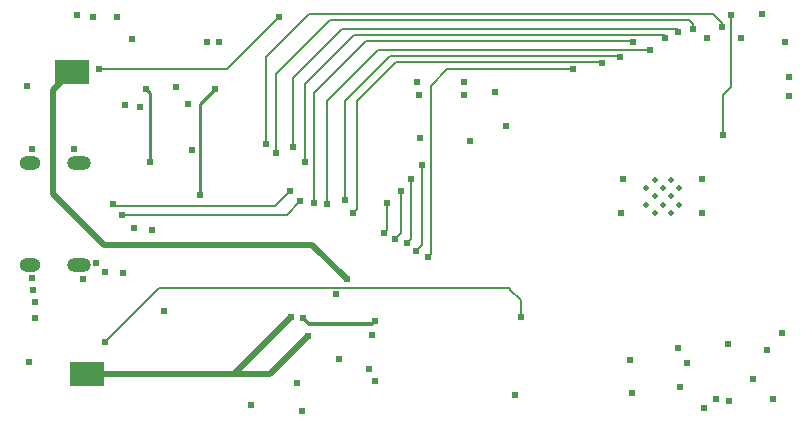
<source format=gbl>
G04 Layer: BottomLayer*
G04 EasyEDA v6.5.23, 2023-06-17 09:45:11*
G04 36c83109d75f48428eebd667f423d1d4,0a61cb7f7b51421fbede6d33e3e5ec82,10*
G04 Gerber Generator version 0.2*
G04 Scale: 100 percent, Rotated: No, Reflected: No *
G04 Dimensions in inches *
G04 leading zeros omitted , absolute positions ,3 integer and 6 decimal *
%FSLAX36Y36*%
%MOIN*%

%ADD10C,0.0060*%
%ADD11C,0.0100*%
%ADD12C,0.0120*%
%ADD13C,0.0200*%
%ADD14R,0.1181X0.0787*%
%ADD15O,0.070866X0.047244*%
%ADD16O,0.07873999999999999X0.047244*%
%ADD17C,0.0197*%
%ADD18C,0.0240*%

%LPD*%
D10*
X1195000Y2290000D02*
G01*
X1195000Y2520000D01*
X1360000Y2685000D01*
X2480000Y2685000D01*
X2480000Y2675000D01*
X2365000Y2665000D02*
G01*
X2376000Y2665000D01*
X2435000Y2665000D01*
X2435000Y2655000D01*
X1235000Y2240000D02*
G01*
X1235000Y2500000D01*
X1400000Y2665000D01*
X2370000Y2665000D01*
X2375000Y2665000D01*
X1265000Y2105000D02*
G01*
X1265000Y2470000D01*
X1440000Y2645000D01*
X2330000Y2645000D01*
X2330000Y2640000D01*
X1310000Y2100000D02*
G01*
X1310000Y2445000D01*
X1480000Y2615000D01*
X2385000Y2615000D01*
X1370000Y2115000D02*
G01*
X1370000Y2445000D01*
X1520000Y2595000D01*
X2285000Y2595000D01*
X2285000Y2590000D01*
X1395000Y2070000D02*
G01*
X1410000Y2085000D01*
X1410000Y2445000D01*
X1540000Y2575000D01*
X2220000Y2575000D01*
X2225000Y2570000D01*
X625000Y2065000D02*
G01*
X1175000Y2065000D01*
X1220000Y2110000D01*
X1645000Y1925000D02*
G01*
X1655000Y1935000D01*
X1655000Y2495000D01*
X1710000Y2550000D01*
X2130000Y2550000D01*
X1605000Y1945000D02*
G01*
X1625000Y1965000D01*
X1625000Y2230000D01*
X1575000Y1970000D02*
G01*
X1590000Y1985000D01*
X1590000Y2185000D01*
X1535000Y1985000D02*
G01*
X1555000Y2005000D01*
X1555000Y2145000D01*
X1500000Y2005000D02*
G01*
X1510000Y2015000D01*
X1510000Y2105000D01*
D11*
X705000Y2485000D02*
G01*
X720000Y2470000D01*
X720000Y2240000D01*
X935000Y2485000D02*
G01*
X885000Y2435000D01*
X885000Y2130000D01*
D10*
X595000Y2100000D02*
G01*
X595000Y2095000D01*
X1135000Y2095000D01*
X1185000Y2145000D01*
D12*
X1230000Y1720000D02*
G01*
X1250000Y1700000D01*
X1460000Y1700000D01*
X1470000Y1710000D01*
D10*
X550000Y2550000D02*
G01*
X975000Y2550000D01*
X1150000Y2725000D01*
X1105000Y2300000D02*
G01*
X1105000Y2590000D01*
X1250000Y2735000D01*
X2595000Y2735000D01*
X2625000Y2705000D01*
X2625000Y2690000D01*
X1140000Y2270000D02*
G01*
X1140000Y2535000D01*
X1320000Y2715000D01*
X2515000Y2715000D01*
X2530000Y2700000D01*
X2530000Y2685000D01*
X2655000Y2730000D02*
G01*
X2655000Y2490000D01*
X2630000Y2465000D01*
X2630000Y2330000D01*
D13*
X1245000Y1660000D02*
G01*
X1120000Y1535000D01*
X510000Y1535000D01*
X1190000Y1725000D02*
G01*
X1000000Y1535000D01*
X510000Y1535000D01*
X1375000Y1850000D02*
G01*
X1260000Y1965000D01*
X565000Y1965000D01*
X395000Y2135000D01*
X395000Y2480000D01*
X455000Y2540000D01*
X460000Y2540000D01*
D10*
X1920000Y1815000D02*
G01*
X1955000Y1780000D01*
X1955000Y1725000D01*
X570000Y1640000D02*
G01*
X750000Y1820000D01*
X1920000Y1820000D01*
X1920000Y1815000D01*
D14*
G01*
X460000Y2540000D03*
G01*
X510000Y1535000D03*
D15*
G01*
X318310Y2236999D03*
G01*
X318310Y1896840D03*
D16*
G01*
X482880Y1896840D03*
G01*
X482880Y2236999D03*
D17*
G01*
X2455709Y2125979D03*
G01*
X2400590Y2125979D03*
G01*
X2483270Y2153539D03*
G01*
X2455709Y2181100D03*
G01*
X2400590Y2181100D03*
G01*
X2400590Y2070859D03*
G01*
X2455709Y2070859D03*
G01*
X2483270Y2098420D03*
G01*
X2428149Y2098420D03*
G01*
X2428149Y2153539D03*
G01*
X2373029Y2153539D03*
G01*
X2373029Y2098420D03*
D18*
G01*
X1450000Y1550000D03*
G01*
X1105000Y2300000D03*
G01*
X1105000Y2300000D03*
G01*
X2625000Y2690000D03*
G01*
X1140000Y2270000D03*
G01*
X2530000Y2685000D03*
G01*
X1195000Y2290000D03*
G01*
X2480000Y2675000D03*
G01*
X1235000Y2240000D03*
G01*
X2435000Y2655000D03*
G01*
X1265000Y2105000D03*
G01*
X2330000Y2640000D03*
G01*
X1310000Y2100000D03*
G01*
X2385000Y2615000D03*
G01*
X1370000Y2115000D03*
G01*
X2285000Y2590000D03*
G01*
X1395000Y2070000D03*
G01*
X2225000Y2570000D03*
G01*
X595000Y2100000D03*
G01*
X1185000Y2145000D03*
G01*
X625000Y2065000D03*
G01*
X1220000Y2110000D03*
G01*
X1645000Y1925000D03*
G01*
X2130000Y2550000D03*
G01*
X1605000Y1945000D03*
G01*
X1575000Y1970000D03*
G01*
X1535000Y1985000D03*
G01*
X1500000Y2005000D03*
G01*
X1625000Y2230000D03*
G01*
X1590000Y2185000D03*
G01*
X1555000Y2145000D03*
G01*
X1510000Y2105000D03*
G01*
X330000Y1815000D03*
G01*
X335000Y1775000D03*
G01*
X705000Y2485000D03*
G01*
X720000Y2240000D03*
G01*
X935000Y2485000D03*
G01*
X885000Y2130000D03*
G01*
X630000Y1870000D03*
G01*
X665000Y2020000D03*
G01*
X725000Y2015000D03*
G01*
X570000Y1875000D03*
G01*
X660000Y2650000D03*
G01*
X1245000Y1660000D03*
G01*
X1230000Y1720000D03*
G01*
X1470000Y1710000D03*
G01*
X1470000Y1510000D03*
G01*
X1340000Y1800000D03*
G01*
X1375000Y1850000D03*
G01*
X1460000Y1665000D03*
G01*
X1350000Y1585000D03*
G01*
X1210000Y1505000D03*
G01*
X635000Y2430000D03*
G01*
X2850000Y2525000D03*
G01*
X2835000Y2640000D03*
G01*
X2760000Y2735000D03*
G01*
X2850000Y2460000D03*
G01*
X550000Y2550000D03*
G01*
X1150000Y2725000D03*
G01*
X2655000Y2730000D03*
G01*
X2630000Y2330000D03*
G01*
X310000Y2495000D03*
G01*
X315000Y1575000D03*
G01*
X335000Y1720000D03*
G01*
X570000Y1640000D03*
G01*
X1955000Y1725000D03*
G01*
X1225000Y1410000D03*
G01*
X1190000Y1725000D03*
G01*
X530000Y2725000D03*
G01*
X475000Y2730000D03*
G01*
X610000Y2725000D03*
G01*
X685000Y2425000D03*
G01*
X765000Y1745000D03*
G01*
X845000Y2435000D03*
G01*
X495000Y1850000D03*
G01*
X325000Y1855000D03*
G01*
X325000Y2285000D03*
G01*
X465000Y2285000D03*
G01*
X538499Y1905000D03*
G01*
X1935000Y1465000D03*
G01*
X2325000Y1470000D03*
G01*
X2320000Y1580000D03*
G01*
X2825000Y1670000D03*
G01*
X2690000Y2655000D03*
G01*
X2575000Y2655000D03*
G01*
X1055000Y1430000D03*
G01*
X2560000Y2185000D03*
G01*
X2560000Y2070000D03*
G01*
X2290000Y2070000D03*
G01*
X2295000Y2185000D03*
G01*
X910000Y2640000D03*
G01*
X950000Y2640000D03*
G01*
X805000Y2490000D03*
G01*
X860000Y2280000D03*
G01*
X2775000Y1615000D03*
G01*
X2480000Y1620000D03*
G01*
X2485000Y1490000D03*
G01*
X2795000Y1450000D03*
G01*
X2605159Y1450000D03*
G01*
X2650000Y1445000D03*
G01*
X2730000Y1517530D03*
G01*
X2565000Y1420000D03*
G01*
X2510000Y1570000D03*
G01*
X1765000Y2463539D03*
G01*
X1615000Y2463539D03*
G01*
X1765000Y2506460D03*
G01*
X1610000Y2506460D03*
G01*
X1785000Y2310000D03*
G01*
X1905000Y2360000D03*
G01*
X1867039Y2475000D03*
G01*
X1620000Y2320000D03*
G01*
X2645000Y1635000D03*
M02*

</source>
